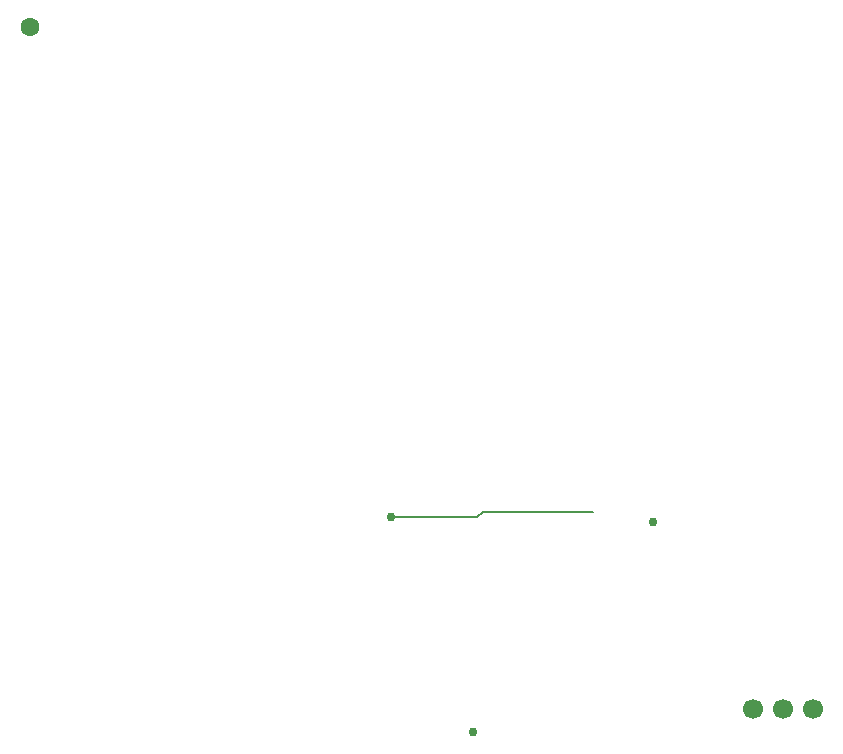
<source format=gbr>
G04 Short version a file taken from the Example Job 1, created by Filip Vermeire, Ucamco*
%TF.FileFunction,Copper,Bot,L4*%
%TF.Part,Single*%
%FSLAX35Y35*%
%MOMM*%
%TA.AperFunction,Conductor*%
%ADD10C,0.15000*%
%TA.AperFunction,ViaPad*%
%ADD11C,0.75000*%
%TA.AperFunction,ComponentPad*%
%ADD12C,1.60000*%
%ADD13C,1.70000*%
%SRX1Y1I0.00000J0.00000*%
G01*
G75*
%LPD*%
D10*
X7664999Y3689998D02*
X8394995D01*
X8439999Y3734999D01*
X9369999D01*
D11*
X7664999Y3689998D03*
X8359999Y1874998D03*
X9882998Y3650498D03*
D12*
X4602988Y7841488D03*
D13*
X10729976Y2062988D03*
X10983976D03*
X11237976D03*
M02*

</source>
